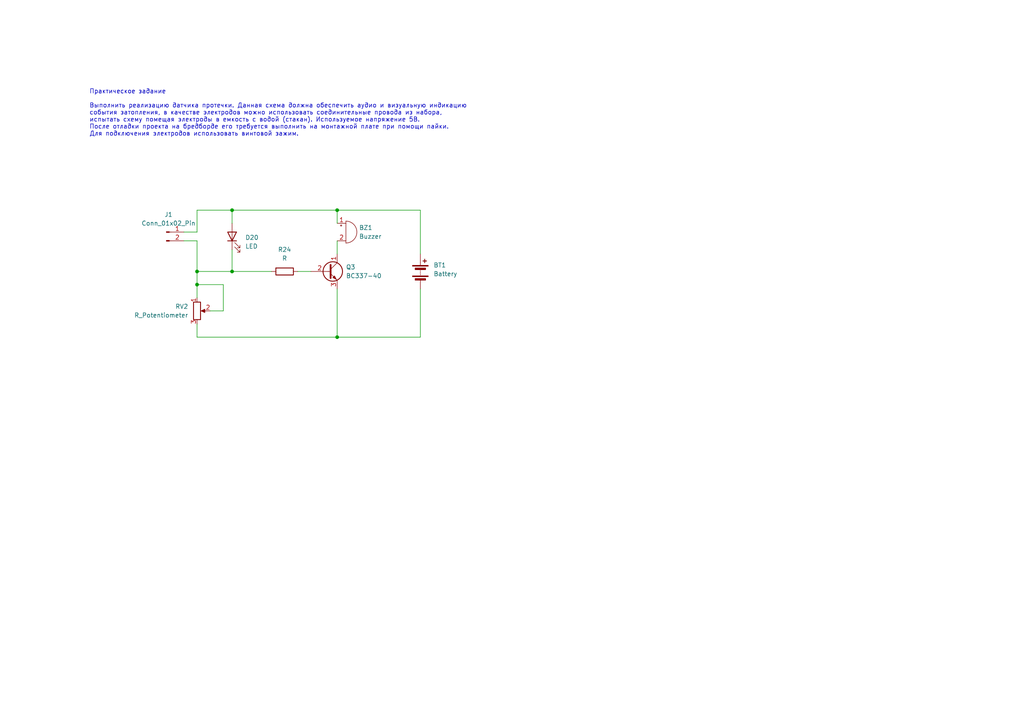
<source format=kicad_sch>
(kicad_sch (version 20231120) (generator "eeschema") (generator_version "8.0")
  (paper "A4")
  (lib_symbols
    (symbol "Connector:Conn_01x02_Pin" (pin_names (offset 1.016) hide)
      (property "Reference" "J" (at 0 2.54 0))
      (property "Value" "Conn_01x02_Pin" (at 0 -5.08 0))
      (symbol "Conn_01x02_Pin_1_1"
        (polyline (pts (xy 1.27 -2.54) (xy 0.8636 -2.54)) (stroke (width 0.1524)))
        (polyline (pts (xy 1.27 0) (xy 0.8636 0)) (stroke (width 0.1524)))
        (rectangle (start 0.8636 -2.413) (end 0 -2.667) (stroke (width 0.1524)) (fill (type outline)))
        (rectangle (start 0.8636 0.127) (end 0 -0.127) (stroke (width 0.1524)) (fill (type outline)))
        (pin passive line (at 5.08 0 180) (length 3.81) (name "Pin_1") (number "1"))
        (pin passive line (at 5.08 -2.54 180) (length 3.81) (name "Pin_2") (number "2"))
      )
    )
    (symbol "Device:Battery" (pin_numbers hide) (pin_names (offset 0) hide)
      (property "Reference" "BT" (at 2.54 2.54 0))
      (property "Value" "Battery" (at 2.54 0 0))
      (symbol "Battery_0_1"
        (rectangle (start -2.286 -1.27) (end 2.286 -1.524) (fill (type outline)))
        (rectangle (start -2.286 1.778) (end 2.286 1.524) (fill (type outline)))
        (rectangle (start -1.524 -2.032) (end 1.524 -2.54) (fill (type outline)))
        (rectangle (start -1.524 1.016) (end 1.524 0.508) (fill (type outline)))
        (polyline (pts (xy 0 -1.016) (xy 0 -0.762)))
        (polyline (pts (xy 0 -0.508) (xy 0 -0.254)))
        (polyline (pts (xy 0 0) (xy 0 0.254)))
        (polyline (pts (xy 0 1.778) (xy 0 2.54)))
        (polyline (pts (xy 0.762 3.048) (xy 1.778 3.048)) (stroke (width 0.254)))
        (polyline (pts (xy 1.27 3.556) (xy 1.27 2.54)) (stroke (width 0.254)))
      )
      (symbol "Battery_1_1"
        (pin passive line (at 0 5.08 270) (length 2.54) (name "+") (number "1"))
        (pin passive line (at 0 -5.08 90) (length 2.54) (name "-") (number "2"))
      )
    )
    (symbol "Device:Buzzer" (pin_names (offset 0.0254) hide)
      (property "Reference" "BZ" (at 3.81 1.27 0))
      (property "Value" "Buzzer" (at 3.81 -1.27 0))
      (symbol "Buzzer_0_1"
        (arc (start 0 -3.175) (mid 3.1612 0) (end 0 3.175))
        (polyline (pts (xy -1.651 1.905) (xy -1.143 1.905)))
        (polyline (pts (xy -1.397 2.159) (xy -1.397 1.651)))
        (polyline (pts (xy 0 3.175) (xy 0 -3.175)))
      )
      (symbol "Buzzer_1_1"
        (pin passive line (at -2.54 2.54 0) (length 2.54) (name "+") (number "1"))
        (pin passive line (at -2.54 -2.54 0) (length 2.54) (name "-") (number "2"))
      )
    )
    (symbol "Device:LED" (pin_numbers hide) (pin_names (offset 1.016) hide)
      (property "Reference" "D" (at 0 2.54 0))
      (property "Value" "LED" (at 0 -2.54 0))
      (symbol "LED_0_1"
        (polyline (pts (xy -1.27 -1.27) (xy -1.27 1.27)) (stroke (width 0.254)))
        (polyline (pts (xy -1.27 0) (xy 1.27 0)))
        (polyline (pts (xy 1.27 -1.27) (xy 1.27 1.27) (xy -1.27 0) (xy 1.27 -1.27)) (stroke (width 0.254)))
        (polyline (pts (xy -3.048 -0.762) (xy -4.572 -2.286) (xy -3.81 -2.286) (xy -4.572 -2.286) (xy -4.572 -1.524)))
        (polyline (pts (xy -1.778 -0.762) (xy -3.302 -2.286) (xy -2.54 -2.286) (xy -3.302 -2.286) (xy -3.302 -1.524)))
      )
      (symbol "LED_1_1"
        (pin passive line (at -3.81 0 0) (length 2.54) (name "K") (number "1"))
        (pin passive line (at 3.81 0 180) (length 2.54) (name "A") (number "2"))
      )
    )
    (symbol "Device:R" (pin_numbers hide) (pin_names (offset 0))
      (property "Reference" "R" (at 2.032 0 90))
      (property "Value" "R" (at 0 0 90))
      (symbol "R_0_1"
        (rectangle (start -1.016 -2.54) (end 1.016 2.54) (stroke (width 0.254)))
      )
      (symbol "R_1_1"
        (pin passive line (at 0 3.81 270) (length 1.27) (name "~") (number "1"))
        (pin passive line (at 0 -3.81 90) (length 1.27) (name "~") (number "2"))
      )
    )
    (symbol "Device:R_Potentiometer" (pin_names (offset 1.016) hide)
      (property "Reference" "RV" (at -4.445 0 90))
      (property "Value" "R_Potentiometer" (at -2.54 0 90))
      (symbol "R_Potentiometer_0_1"
        (polyline (pts (xy 2.54 0) (xy 1.524 0)))
        (polyline (pts (xy 1.143 0) (xy 2.286 0.508) (xy 2.286 -0.508) (xy 1.143 0)) (fill (type outline)))
        (rectangle (start 1.016 2.54) (end -1.016 -2.54) (stroke (width 0.254)))
      )
      (symbol "R_Potentiometer_1_1"
        (pin passive line (at 0 3.81 270) (length 1.27) (name "1") (number "1"))
        (pin passive line (at 3.81 0 180) (length 1.27) (name "2") (number "2"))
        (pin passive line (at 0 -3.81 90) (length 1.27) (name "3") (number "3"))
      )
    )
    (symbol "Transistor_BJT:BC337" (pin_names (offset 0) hide)
      (property "Reference" "Q" (at 5.08 1.905 0))
      (property "Value" "BC337" (at 5.08 0 0))
      (symbol "BC337_0_1"
        (polyline (pts (xy 0 0) (xy 0.635 0)))
        (polyline (pts (xy 0.635 0.635) (xy 2.54 2.54)))
        (polyline (pts (xy 0.635 -0.635) (xy 2.54 -2.54) (xy 2.54 -2.54)))
        (polyline (pts (xy 0.635 1.905) (xy 0.635 -1.905) (xy 0.635 -1.905)) (stroke (width 0.508)))
        (polyline (pts (xy 1.27 -1.778) (xy 1.778 -1.27) (xy 2.286 -2.286) (xy 1.27 -1.778) (xy 1.27 -1.778)) (fill (type outline)))
        (circle (center 1.27 0) (radius 2.8194) (stroke (width 0.254)))
      )
      (symbol "BC337_1_1"
        (pin passive line (at 2.54 5.08 270) (length 2.54) (name "C") (number "1"))
        (pin input line (at -5.08 0 0) (length 5.08) (name "B") (number "2"))
        (pin passive line (at 2.54 -5.08 90) (length 2.54) (name "E") (number "3"))
      )
    )
  )
  (junction (at 67.31 60.96))
  (junction (at 97.79 97.79))
  (junction (at 57.15 82.55))
  (junction (at 67.31 78.74))
  (junction (at 57.15 78.74))
  (junction (at 97.79 60.96))
  (wire (pts (xy 64.77 82.55) (xy 57.15 82.55)))
  (wire (pts (xy 57.15 82.55) (xy 57.15 78.74)))
  (wire (pts (xy 64.77 90.17) (xy 64.77 82.55)))
  (wire (pts (xy 97.79 60.96) (xy 121.92 60.96)))
  (wire (pts (xy 67.31 60.96) (xy 67.31 64.77)))
  (wire (pts (xy 97.79 83.82) (xy 97.79 97.79)))
  (wire (pts (xy 57.15 93.98) (xy 57.15 97.79)))
  (wire (pts (xy 53.34 69.85) (xy 57.15 69.85)))
  (wire (pts (xy 57.15 78.74) (xy 67.31 78.74)))
  (wire (pts (xy 121.92 73.66) (xy 121.92 60.96)))
  (wire (pts (xy 60.96 90.17) (xy 64.77 90.17)))
  (wire (pts (xy 67.31 78.74) (xy 78.74 78.74)))
  (wire (pts (xy 67.31 60.96) (xy 97.79 60.96)))
  (wire (pts (xy 57.15 60.96) (xy 67.31 60.96)))
  (wire (pts (xy 57.15 82.55) (xy 57.15 86.36)))
  (wire (pts (xy 121.92 83.82) (xy 121.92 97.79)))
  (wire (pts (xy 67.31 72.39) (xy 67.31 78.74)))
  (wire (pts (xy 57.15 67.31) (xy 57.15 60.96)))
  (wire (pts (xy 86.36 78.74) (xy 90.17 78.74)))
  (wire (pts (xy 97.79 69.85) (xy 97.79 73.66)))
  (wire (pts (xy 53.34 67.31) (xy 57.15 67.31)))
  (wire (pts (xy 57.15 97.79) (xy 97.79 97.79)))
  (wire (pts (xy 121.92 97.79) (xy 97.79 97.79)))
  (wire (pts (xy 97.79 60.96) (xy 97.79 64.77)))
  (wire (pts (xy 57.15 69.85) (xy 57.15 78.74)))
  (text "Практическое задание\n\nВыполнить реализацию датчика протечки. Данная схема должна обеспечить аудио и визуальную индикацию\nсобытия затопления, в качестве электродов можно использовать соединительные провода из набора, \nиспытать схему помещая электроды в емкость с водой (стакан). Используемое напряжение 5В. \nПосле отладки проекта на бредборде его требуется выполнить на монтажной плате при помощи пайки. \nДля подключения электродов использовать винтовой зажим." (at 25.908 25.908 0) (effects (font (size 1.27 1.27)) (justify left top)))
  (symbol (lib_id "Device:R_Potentiometer") (at 57.15 90.17 0) (unit 1)
    (property "Reference" "RV2" (at 54.61 88.8999 0) (effects (justify right)))
    (property "Value" "R_Potentiometer" (at 54.61 91.4399 0) (effects (justify right)))
    (property "Footprint" "Potentiometer_THT:Potentiometer_Bourns_3266Y_Vertical" (effects (hide yes)))
    (property "Description" "Potentiometer" (effects (hide yes)))
  )
  (symbol (lib_id "Device:Buzzer") (at 100.33 67.31 0) (unit 1)
    (property "Reference" "BZ1" (at 104.14 66.0399 0) (effects (justify left)))
    (property "Value" "Buzzer" (at 104.14 68.5799 0) (effects (justify left)))
    (property "Footprint" "Buzzer_Beeper:Buzzer_15x7.5RM7.6" (effects (hide yes)))
    (property "Description" "Buzzer, polarized" (effects (hide yes)))
  )
  (symbol (lib_id "Connector:Conn_01x02_Pin") (at 48.26 67.31 0) (unit 1)
    (property "Reference" "J1" (at 48.895 62.23 0))
    (property "Value" "Conn_01x02_Pin" (at 48.895 64.77 0))
    (property "Footprint" "Connector_JST:JST_PH_B2B-PH-K_1x02_P2.00mm_Vertical" (effects (hide yes)))
    (property "Description" "Generic connector, single row, 01x02, script generated" (effects (hide yes)))
  )
  (symbol (lib_id "Device:LED") (at 67.31 68.58 90) (unit 1)
    (property "Reference" "D20" (at 71.12 68.8974 90) (effects (justify right)))
    (property "Value" "LED" (at 71.12 71.4374 90) (effects (justify right)))
    (property "Footprint" "LED_THT:LED_D5.0mm" (effects (hide yes)))
    (property "Description" "Light emitting diode" (effects (hide yes)))
  )
  (symbol (lib_id "Device:Battery") (at 121.92 78.74 0) (unit 1)
    (property "Reference" "BT1" (at 125.73 76.8984 0) (effects (justify left)))
    (property "Value" "Battery" (at 125.73 79.4384 0) (effects (justify left)))
    (property "Description" "Multiple-cell battery" (effects (hide yes)))
  )
  (symbol (lib_id "Transistor_BJT:BC337") (at 95.25 78.74 0) (unit 1)
    (property "Reference" "Q3" (at 100.33 77.4699 0) (effects (justify left)))
    (property "Value" "BC337-40" (at 100.33 80.0099 0) (effects (justify left)))
    (property "Footprint" "Package_TO_SOT_THT:TO-92_Inline" (effects (hide yes)))
    (property "Datasheet" "https://diotec.com/tl_files/diotec/files/pdf/datasheets/bc337.pdf" (effects (hide yes)))
    (property "Description" "0.8A Ic, 45V Vce, NPN Transistor, TO-92" (effects (hide yes)))
  )
  (symbol (lib_id "Device:R") (at 82.55 78.74 270) (unit 1)
    (property "Reference" "R24" (at 82.55 72.39 90))
    (property "Value" "R" (at 82.55 74.93 90))
    (property "Footprint" "Resistor_THT:R_Axial_DIN0207_L6.3mm_D2.5mm_P10.16mm_Horizontal" (effects (hide yes)))
    (property "Description" "Resistor" (effects (hide yes)))
  )
)
</source>
